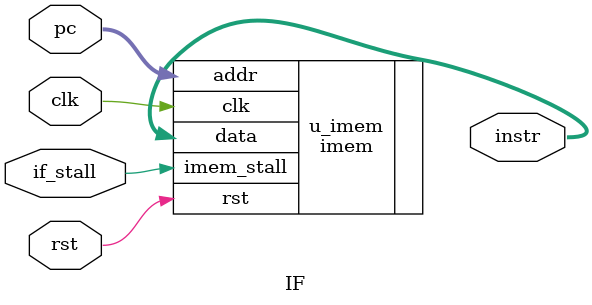
<source format=v>
module IF (
    input  wire        clk,
    input  wire        rst,
    input  wire [31:0] pc,
    input  wire        if_stall,
    output wire [31:0] instr
);
    imem u_imem (
        .clk        (clk),
        .rst        (rst),
        .addr       (pc),
        .imem_stall (if_stall),
        .data       (instr)
    );
endmodule

</source>
